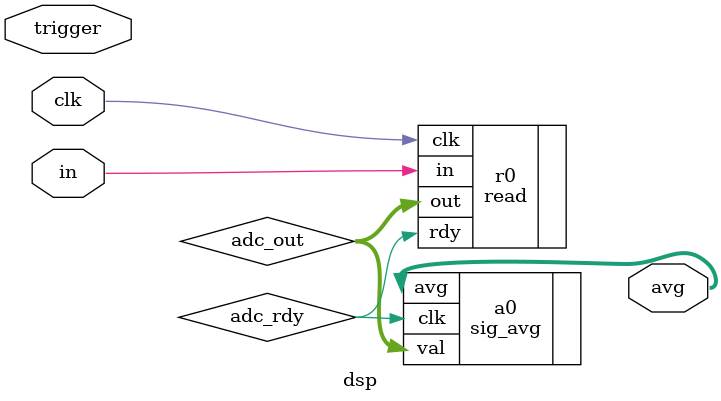
<source format=v>
module dsp
#(

	//the delay between a sensor reading and the ADC converter reading
	parameter delay = 100,

	//period t between each pulse in clock cycles
	parameter t = 64,
	
	//log base 2 of t used for counting
	parameter t_log2 = 3,
	
	//the signal duration in clock cycles
	parameter d = 64,
	
	//log base 2 of d used for counting
	parameter d_log2 = 3,
	
	//the data size coming from the ADC
	parameter datlen = 12,
	
	//log base 2 of datlen used for counting
	parameter datlen_log2 = 3,
	
	//the number of values to average
	parameter avg_n = 64,
	
	//log base 2 of avg_n used for indexing
	parameter avg_n_log2 = 6

)(
	
	//this FPGA's clock
	input clk,
	
	//the sensor trigger line
	input trigger,
	
	//single input bit from ADC
	input in,
	
	//*average* voltage of pulses during avg_n data entries
	output[0:datlen-1] avg

);

//TODO account for delay by masking clk until after (trigger + delay)

/* READ ADC */
wire[0:datlen-1] adc_out;
wire adc_rdy;

read #(
	
	1,
	datlen,
	datlen_log2
	
)
r0(

	.clk(clk),
	.in(in),
	.out(adc_out),
	.rdy(adc_rdy)
	
);

/* SIGNAL AVERAGING */
sig_avg #(

	datlen,
	avg_n,
	avg_n_log2
	
)
a0(
	
	.clk(adc_rdy),
	.val(adc_out),
	.avg(avg)//output
	
);

//OUTPUT METHOD? UART?

endmodule
</source>
